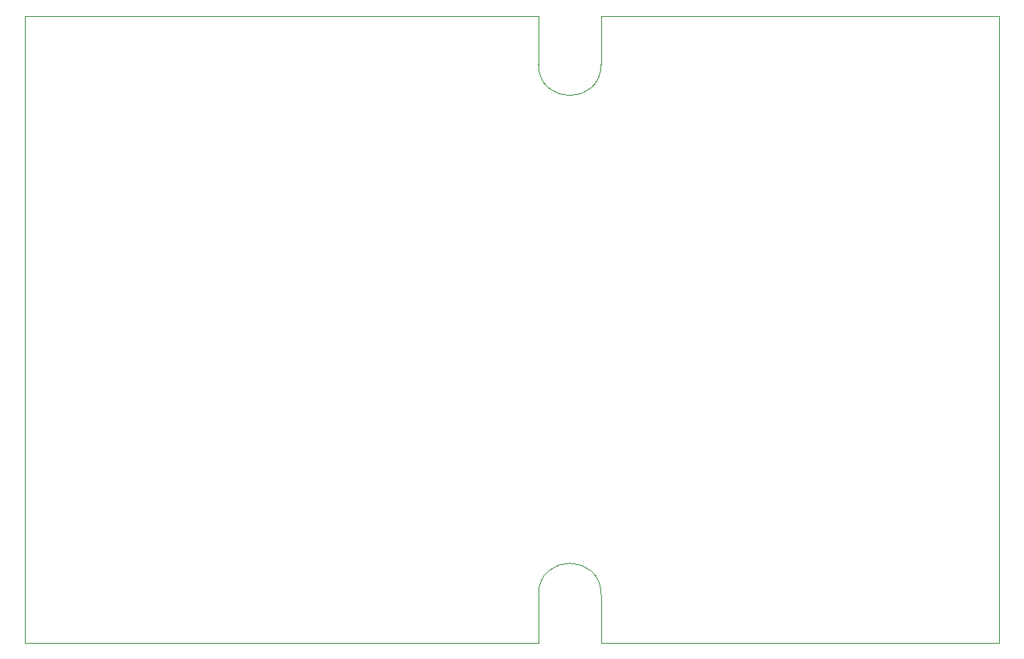
<source format=gm1>
%TF.GenerationSoftware,KiCad,Pcbnew,(5.1.6)-1*%
%TF.CreationDate,2020-11-22T19:56:56-08:00*%
%TF.ProjectId,vgavt1593,76676176-7431-4353-9933-2e6b69636164,1*%
%TF.SameCoordinates,Original*%
%TF.FileFunction,Profile,NP*%
%FSLAX46Y46*%
G04 Gerber Fmt 4.6, Leading zero omitted, Abs format (unit mm)*
G04 Created by KiCad (PCBNEW (5.1.6)-1) date 2020-11-22 19:56:56*
%MOMM*%
%LPD*%
G01*
G04 APERTURE LIST*
%TA.AperFunction,Profile*%
%ADD10C,0.100000*%
%TD*%
G04 APERTURE END LIST*
D10*
X86106000Y-86360000D02*
G75*
G03*
X79502000Y-86360000I-3302000J0D01*
G01*
X79502000Y-30480000D02*
G75*
G03*
X86106000Y-30480000I3302000J0D01*
G01*
X86106000Y-25400000D02*
X128016000Y-25400000D01*
X128016000Y-25400000D02*
X128016000Y-91440000D01*
X25400000Y-91440000D02*
X25400000Y-25400000D01*
X25400000Y-25400000D02*
X79502000Y-25400000D01*
X86106000Y-91440000D02*
X86106000Y-86360000D01*
X79502000Y-91440000D02*
X25400000Y-91440000D01*
X79502000Y-25400000D02*
X79502000Y-30480000D01*
X79502000Y-86360000D02*
X79502000Y-91440000D01*
X86106000Y-30480000D02*
X86106000Y-25400000D01*
X128016000Y-91440000D02*
X86106000Y-91440000D01*
M02*

</source>
